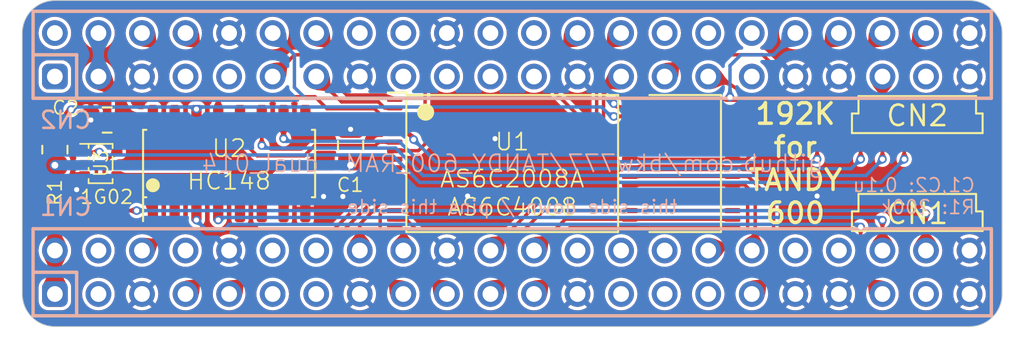
<source format=kicad_pcb>
(kicad_pcb (version 20221018) (generator pcbnew)
  (title_block (title "TANDY 600 RAM") (date "2023-12-10") (rev "dual_014") (company "Brian K. White - b.kenyon.w@gmail.com") (comment 1 "CC-BY-SA") (comment 2 "github.com/bkw777/TANDY_600_RAM"))
  (layers (0 "F.Cu" signal) (31 "B.Cu" signal) (34 "B.Paste" user) (35 "F.Paste" user) (36 "B.SilkS" user "B.Silkscreen") (37 "F.SilkS" user "F.Silkscreen") (38 "B.Mask" user) (39 "F.Mask" user) (44 "Edge.Cuts" user))
  (net 0 "")
  (net 1 "VMEM")
  (net 2 "GND")
  (net 3 "VCC")
  (net 4 "/A16")
  (net 5 "/A14")
  (net 6 "/A12")
  (net 7 "/A7")
  (net 8 "/A6")
  (net 9 "/A5")
  (net 10 "/A4")
  (net 11 "/A3")
  (net 12 "/A2")
  (net 13 "/A1")
  (net 14 "/A0")
  (net 15 "/D0")
  (net 16 "/D1")
  (net 17 "/D2")
  (net 18 "/D3")
  (net 19 "/D4")
  (net 20 "/D5")
  (net 21 "/D6")
  (net 22 "/D7")
  (net 23 "/A10")
  (net 24 "/~{OE}")
  (net 25 "/A11")
  (net 26 "/A9")
  (net 27 "/A8")
  (net 28 "/A13")
  (net 29 "/~{WE}")
  (net 30 "/~{B2_CS1_B}")
  (net 31 "/A15")
  (net 32 "/~{B2_CS1_C}")
  (net 33 "/~{B1_CS1_A}")
  (net 34 "/~{B1_CS1_B}")
  (net 35 "/~{B1_CS1_C}")
  (net 36 "/~{B2_CS1_A}")
  (net 37 "/B2_CS2")
  (net 43 "/~{CE}")
  (net 44 "/A17")
  (net 46 "/~{BUS_CS2}")
  (net 72 "/B1_CS2")
  (footprint "000_LOCAL:R_0805" (layer "F.Cu") (at 124.46 108.4075 90)
    (fp_text reference "R1" (at -1.6625 0 90 unlocked) (layer "F.SilkS") (effects (font (size 0.8 0.8) (thickness 0.1)) (justify right)))
    (fp_text value "200k" hide)
    (pad "1" smd roundrect (at -0.9125 0 90) (size 1.025 1.4) (layers "F.Cu" "F.Paste" "F.Mask") (roundrect_rratio 0.243902) (net 1 "VMEM"))
    (pad "2" smd roundrect (at 0.9125 0 90) (size 1.025 1.4) (layers "F.Cu" "F.Paste" "F.Mask") (roundrect_rratio 0.243902) (net 43 "/~{CE}"))
  )
  (footprint "000_LOCAL:TSOP32-dual" (layer "F.Cu") (at 154.13 109.22)
    (fp_text reference "U1" (at -3 -1.27 unlocked) (layer "F.SilkS") (effects (font (thickness 0.1))))
    (fp_text value "AS6C2008A" (at -3 0.889 unlocked) (layer "F.SilkS") (effects (font (thickness 0.1))))
    (fp_text user "AS6C4008" (at -3 2.54 unlocked) (layer "F.SilkS") (effects (font (thickness 0.1))))
    (pad "1" smd roundrect (at -9.85 -3.75 270) (size 0.3 0.9) (layers "F.Cu" "F.Paste" "F.Mask") (net 25 "/A11"))
    (pad "2" smd roundrect (at -9.85 -3.25 270) (size 0.3 0.9) (layers "F.Cu" "F.Paste" "F.Mask") (net 26 "/A9"))
    (pad "3" smd roundrect (at -9.85 -2.75 270) (size 0.3 0.9) (layers "F.Cu" "F.Paste" "F.Mask") (net 28 "/A13"))
    (pad "4" smd roundrect (at -9.85 -2.25 270) (size 0.3 0.9) (layers "F.Cu" "F.Paste" "F.Mask") (net 31 "/A15"))
    (pad "5" smd roundrect (at -9.85 -1.75 270) (size 0.3 0.9) (layers "F.Cu" "F.Paste" "F.Mask") (net 29 "/~{WE}"))
    (pad "6" smd roundrect (at -9.85 -1.25 270) (size 0.3 0.9) (layers "F.Cu" "F.Paste" "F.Mask") (net 3 "VCC"))
    (pad "7" smd roundrect (at -9.85 -0.75 270) (size 0.3 0.9) (layers "F.Cu" "F.Paste" "F.Mask") (net 27 "/A8"))
    (pad "8" smd roundrect (at -9.85 -0.25 270) (size 0.3 0.9) (layers "F.Cu" "F.Paste" "F.Mask") (net 1 "VMEM"))
    (pad "9" smd roundrect (at -9.85 0.25 270) (size 0.3 0.9) (layers "F.Cu" "F.Paste" "F.Mask") (net 44 "/A17"))
    (pad "10" smd roundrect (at -9.85 0.75 270) (size 0.3 0.9) (layers "F.Cu" "F.Paste" "F.Mask") (net 4 "/A16"))
    (pad "11" smd roundrect (at -9.85 1.25 270) (size 0.3 0.9) (layers "F.Cu" "F.Paste" "F.Mask") (net 5 "/A14"))
    (pad "12" smd roundrect (at -9.85 1.75 270) (size 0.3 0.9) (layers "F.Cu" "F.Paste" "F.Mask") (net 6 "/A12"))
    (pad "13" smd roundrect (at -9.85 2.25 270) (size 0.3 0.9) (layers "F.Cu" "F.Paste" "F.Mask") (net 7 "/A7"))
    (pad "14" smd roundrect (at -9.85 2.75 270) (size 0.3 0.9) (layers "F.Cu" "F.Paste" "F.Mask") (net 8 "/A6"))
    (pad "15" smd roundrect (at -9.85 3.25 270) (size 0.3 0.9) (layers "F.Cu" "F.Paste" "F.Mask") (net 10 "/A4"))
    (pad "16" smd roundrect (at -9.85 3.75 270) (size 0.3 0.9) (layers "F.Cu" "F.Paste" "F.Mask") (net 9 "/A5"))
    (pad "17" smd roundrect (at 3.85 3.75 270) (size 0.3 0.9) (layers "F.Cu" "F.Paste" "F.Mask") (net 13 "/A1"))
    (pad "17" smd roundrect (at 9.85 3.75 270) (size 0.3 0.9) (layers "F.Cu" "F.Paste" "F.Mask") (net 13 "/A1"))
    (pad "18" smd roundrect (at 3.85 3.25 270) (size 0.3 0.9) (layers "F.Cu" "F.Paste" "F.Mask") (net 14 "/A0"))
    (pad "18" smd roundrect (at 9.85 3.25 270) (size 0.3 0.9) (layers "F.Cu" "F.Paste" "F.Mask") (net 14 "/A0"))
    (pad "19" smd roundrect (at 3.85 2.75 270) (size 0.3 0.9) (layers "F.Cu" "F.Paste" "F.Mask") (net 11 "/A3"))
    (pad "19" smd roundrect (at 9.85 2.75 270) (size 0.3 0.9) (layers "F.Cu" "F.Paste" "F.Mask") (net 11 "/A3"))
    (pad "20" smd roundrect (at 3.85 2.25 270) (size 0.3 0.9) (layers "F.Cu" "F.Paste" "F.Mask") (net 12 "/A2"))
    (pad "20" smd roundrect (at 9.85 2.25 270) (size 0.3 0.9) (layers "F.Cu" "F.Paste" "F.Mask") (net 12 "/A2"))
    (pad "21" smd roundrect (at 3.85 1.75 270) (size 0.3 0.9) (layers "F.Cu" "F.Paste" "F.Mask") (net 17 "/D2"))
    (pad "21" smd roundrect (at 9.85 1.75 270) (size 0.3 0.9) (layers "F.Cu" "F.Paste" "F.Mask") (net 17 "/D2"))
    (pad "22" smd roundrect (at 3.85 1.25 270) (size 0.3 0.9) (layers "F.Cu" "F.Paste" "F.Mask") (net 15 "/D0"))
    (pad "22" smd roundrect (at 9.85 1.25 270) (size 0.3 0.9) (layers "F.Cu" "F.Paste" "F.Mask") (net 15 "/D0"))
    (pad "23" smd roundrect (at 3.85 0.75 270) (size 0.3 0.9) (layers "F.Cu" "F.Paste" "F.Mask") (net 16 "/D1"))
    (pad "23" smd roundrect (at 9.85 0.75 270) (size 0.3 0.9) (layers "F.Cu" "F.Paste" "F.Mask") (net 16 "/D1"))
    (pad "24" smd roundrect (at 3.85 0.25 270) (size 0.3 0.9) (layers "F.Cu" "F.Paste" "F.Mask") (net 2 "GND"))
    (pad "24" smd roundrect (at 9.85 0.25 270) (size 0.3 0.9) (layers "F.Cu" "F.Paste" "F.Mask") (net 2 "GND"))
    (pad "25" smd roundrect (at 3.85 -0.25 270) (size 0.3 0.9) (layers "F.Cu" "F.Paste" "F.Mask") (net 19 "/D4"))
    (pad "25" smd roundrect (at 9.85 -0.25 270) (size 0.3 0.9) (layers "F.Cu" "F.Paste" "F.Mask") (net 19 "/D4"))
    (pad "26" smd roundrect (at 3.85 -0.75 270) (size 0.3 0.9) (layers "F.Cu" "F.Paste" "F.Mask") (net 18 "/D3"))
    (pad "26" smd roundrect (at 9.85 -0.75 270) (size 0.3 0.9) (layers "F.Cu" "F.Paste" "F.Mask") (net 18 "/D3"))
    (pad "27" smd roundrect (at 3.85 -1.25 270) (size 0.3 0.9) (layers "F.Cu" "F.Paste" "F.Mask") (net 22 "/D7"))
    (pad "27" smd roundrect (at 9.85 -1.25 270) (size 0.3 0.9) (layers "F.Cu" "F.Paste" "F.Mask") (net 22 "/D7"))
    (pad "28" smd roundrect (at 3.85 -1.75 270) (size 0.3 0.9) (layers "F.Cu" "F.Paste" "F.Mask") (net 20 "/D5"))
    (pad "28" smd roundrect (at 9.85 -1.75 270) (size 0.3 0.9) (layers "F.Cu" "F.Paste" "F.Mask") (net 20 "/D5"))
    (pad "29" smd roundrect (at 3.85 -2.25 270) (size 0.3 0.9) (layers "F.Cu" "F.Paste" "F.Mask") (net 21 "/D6"))
    (pad "29" smd roundrect (at 9.85 -2.25 270) (size 0.3 0.9) (layers "F.Cu" "F.Paste" "F.Mask") (net 21 "/D6"))
    (pad "30" smd roundrect (at 3.85 -2.75 270) (size 0.3 0.9) (layers "F.Cu" "F.Paste" "F.Mask") (net 43 "/~{CE}"))
    (pad "30" smd roundrect (at 9.85 -2.75 270) (size 0.3 0.9) (layers "F.Cu" "F.Paste" "F.Mask") (net 43 "/~{CE}"))
    (pad "31" smd roundrect (at 3.85 -3.25 270) (size 0.3 0.9) (layers "F.Cu" "F.Paste" "F.Mask") (net 23 "/A10"))
    (pad "31" smd roundrect (at 9.85 -3.25 270) (size 0.3 0.9) (layers "F.Cu" "F.Paste" "F.Mask") (net 23 "/A10"))
    (pad "32" smd roundrect (at 3.85 -3.75 270) (size 0.3 0.9) (layers "F.Cu" "F.Paste" "F.Mask") (net 24 "/~{OE}"))
    (pad "32" smd roundrect (at 9.85 -3.75 270) (size 0.3 0.9) (layers "F.Cu" "F.Paste" "F.Mask") (net 24 "/~{OE}"))
  )
  (footprint "000_LOCAL:C_0805" (layer "F.Cu") (at 141.705 108.17 90)
    (fp_text reference "C1" (at -2.3 -0.025 unlocked) (layer "F.SilkS") (effects (font (size 0.8 0.8) (thickness 0.1))))
    (fp_text value "0.1u" hide)
    (pad "1" smd roundrect (at -0.95 0 90) (size 1 1.45) (layers "F.Cu" "F.Paste" "F.Mask") (net 1 "VMEM"))
    (pad "2" smd roundrect (at 0.95 0 90) (size 1 1.45) (layers "F.Cu" "F.Paste" "F.Mask") (net 2 "GND"))
  )
  (footprint "000_LOCAL:SOT-353_SC-70-5" (layer "F.Cu") (at 127.127 109.22)
    (fp_text reference "U3" (at 0.03 0 90 unlocked) (layer "F.SilkS") (effects (font (size 0.8 0.8) (thickness 0.1))))
    (fp_text value "1G02" (at 0.353 1.95 unlocked) (layer "F.SilkS") (effects (font (size 0.8 0.8) (thickness 0.1))))
    (pad "1" smd roundrect (at -0.95 -0.65) (size 0.65 0.4) (layers "F.Cu" "F.Paste" "F.Mask") (net 37 "/B2_CS2"))
    (pad "2" smd roundrect (at -0.95 0) (size 0.65 0.4) (layers "F.Cu" "F.Paste" "F.Mask") (net 72 "/B1_CS2"))
    (pad "3" smd roundrect (at -0.95 0.65) (size 0.65 0.4) (layers "F.Cu" "F.Paste" "F.Mask") (net 2 "GND"))
    (pad "4" smd roundrect (at 0.95 0.65) (size 0.65 0.4) (layers "F.Cu" "F.Paste" "F.Mask") (net 46 "/~{BUS_CS2}"))
    (pad "5" smd roundrect (at 0.95 -0.65) (size 0.65 0.4) (layers "F.Cu" "F.Paste" "F.Mask") (net 3 "VCC"))
  )
  (footprint "000_LOCAL:SOIC-16_4x10" (layer "F.Cu") (at 134.62 109.22 90)
    (fp_text reference "U2" (at 0.889 0 unlocked) (layer "F.SilkS") (effects (font (thickness 0.1))))
    (fp_text value "HC148" (at -1.016 0 unlocked) (layer "F.SilkS") (effects (font (thickness 0.1))))
    (pad "1" smd roundrect (at -2.6655 -4.445 90) (size 1.524 0.6) (layers "F.Cu" "F.Paste" "F.Mask") (net 3 "VCC"))
    (pad "2" smd roundrect (at -2.6655 -3.175 90) (size 1.524 0.6) (layers "F.Cu" "F.Paste" "F.Mask") (net 33 "/~{B1_CS1_A}"))
    (pad "3" smd roundrect (at -2.6655 -1.905 90) (size 1.524 0.6) (layers "F.Cu" "F.Paste" "F.Mask") (net 35 "/~{B1_CS1_C}"))
    (pad "4" smd roundrect (at -2.6655 -0.635 90) (size 1.524 0.6) (layers "F.Cu" "F.Paste" "F.Mask") (net 34 "/~{B1_CS1_B}"))
    (pad "5" smd roundrect (at -2.6655 0.635 90) (size 1.524 0.6) (layers "F.Cu" "F.Paste" "F.Mask") (net 46 "/~{BUS_CS2}"))
    (pad "6" smd roundrect (at -2.6655 1.905 90) (size 1.524 0.6) (layers "F.Cu" "F.Paste" "F.Mask") (net 44 "/A17"))
    (pad "7" smd roundrect (at -2.6655 3.175 90) (size 1.524 0.6) (layers "F.Cu" "F.Paste" "F.Mask") (net 4 "/A16"))
    (pad "8" smd roundrect (at -2.6655 4.445 90) (size 1.524 0.6) (layers "F.Cu" "F.Paste" "F.Mask") (net 2 "GND"))
    (pad "9" smd roundrect (at 2.6655 4.445 90) (size 1.524 0.6) (layers "F.Cu" "F.Paste" "F.Mask") (net 31 "/A15"))
    (pad "10" smd roundrect (at 2.6655 3.175 90) (size 1.524 0.6) (layers "F.Cu" "F.Paste" "F.Mask") (net 30 "/~{B2_CS1_B}"))
    (pad "11" smd roundrect (at 2.6655 1.905 90) (size 1.524 0.6) (layers "F.Cu" "F.Paste" "F.Mask") (net 32 "/~{B2_CS1_C}"))
    (pad "12" smd roundrect (at 2.6655 0.635 90) (size 1.524 0.6) (layers "F.Cu" "F.Paste" "F.Mask") (net 3 "VCC"))
    (pad "13" smd roundrect (at 2.6655 -0.635 90) (size 1.524 0.6) (layers "F.Cu" "F.Paste" "F.Mask") (net 36 "/~{B2_CS1_A}"))
    (pad "14" smd roundrect (at 2.6655 -1.905 90) (size 1.524 0.6) (layers "F.Cu" "F.Paste" "F.Mask") (net 43 "/~{CE}"))
    (pad "15" smd roundrect (at 2.6655 -3.175 90) (size 1.524 0.6) (layers "F.Cu" "F.Paste" "F.Mask"))
    (pad "16" smd roundrect (at 2.6655 -4.445 90) (size 1.524 0.6) (layers "F.Cu" "F.Paste" "F.Mask") (net 3 "VCC"))
  )
  (footprint "000_LOCAL:C_0805" (layer "F.Cu") (at 127.508 106.68 180)
    (fp_text reference "C2" (at 1.578 0.71 unlocked) (layer "F.SilkS") (effects (font (size 0.8 0.8) (thickness 0.1)) (justify right)))
    (fp_text value "0.1u" hide)
    (pad "1" smd roundrect (at -0.95 0 180) (size 1 1.45) (layers "F.Cu" "F.Paste" "F.Mask") (net 3 "VCC"))
    (pad "2" smd roundrect (at 0.95 0 180) (size 1 1.45) (layers "F.Cu" "F.Paste" "F.Mask") (net 2 "GND"))
  )
  (footprint "000_LOCAL:DIN-41612_02x22_male_vertical_bare_pins" (layer "B.Cu") (at 151.13 115.57 180)
    (fp_text reference "CN1" (at 26.035 3.81) (layer "B.SilkS") (effects (justify mirror)))
    (fp_text value "TANDY_600_RAM_BUS_plain_pins")
    (pad "a1" thru_hole roundrect (at 26.67 -1.27 270) (size 1.5 1.5) (drill 0.92) (layers "*.Cu" "*.Mask") (net 1 "VMEM"))
    (pad "a2" thru_hole circle (at 24.13 -1.27 270) (size 1.5 1.5) (drill 0.92) (layers "*.Cu" "*.Mask"))
    (pad "a3" thru_hole circle (at 21.59 -1.27 270) (size 1.5 1.5) (drill 0.92) (layers "*.Cu" "*.Mask") (net 2 "GND"))
    (pad "a4" thru_hole circle (at 19.05 -1.27 270) (size 1.5 1.5) (drill 0.92) (layers "*.Cu" "*.Mask") (net 5 "/A14"))
    (pad "a5" thru_hole circle (at 16.51 -1.27 270) (size 1.5 1.5) (drill 0.92) (layers "*.Cu" "*.Mask") (net 6 "/A12"))
    (pad "a6" thru_hole circle (at 13.97 -1.27 270) (size 1.5 1.5) (drill 0.92) (layers "*.Cu" "*.Mask"))
    (pad "a7" thru_hole circle (at 11.43 -1.27 270) (size 1.5 1.5) (drill 0.92) (layers "*.Cu" "*.Mask"))
    (pad "a8" thru_hole circle (at 8.89 -1.27 270) (size 1.5 1.5) (drill 0.92) (layers "*.Cu" "*.Mask") (net 2 "GND"))
    (pad "a9" thru_hole circle (at 6.35 -1.27 270) (size 1.5 1.5) (drill 0.92) (layers "*.Cu" "*.Mask") (net 8 "/A6"))
    (pad "a10" thru_hole circle (at 3.81 -1.27 270) (size 1.5 1.5) (drill 0.92) (layers "*.Cu" "*.Mask") (net 10 "/A4"))
    (pad "a11" thru_hole circle (at 1.27 -1.27 270) (size 1.5 1.5) (drill 0.92) (layers "*.Cu" "*.Mask") (net 11 "/A3"))
    (pad "a12" thru_hole circle (at -1.27 -1.27 270) (size 1.5 1.5) (drill 0.92) (layers "*.Cu" "*.Mask") (net 13 "/A1"))
    (pad "a13" thru_hole circle (at -3.81 -1.27 270) (size 1.5 1.5) (drill 0.92) (layers "*.Cu" "*.Mask") (net 2 "GND"))
    (pad "a14" thru_hole circle (at -6.35 -1.27 270) (size 1.5 1.5) (drill 0.92) (layers "*.Cu" "*.Mask"))
    (pad "a15" thru_hole circle (at -8.89 -1.27 270) (size 1.5 1.5) (drill 0.92) (layers "*.Cu" "*.Mask"))
    (pad "a16" thru_hole circle (at -11.43 -1.27 270) (size 1.5 1.5) (drill 0.92) (layers "*.Cu" "*.Mask"))
    (pad "a17" thru_hole circle (at -13.97 -1.27 270) (size 1.5 1.5) (drill 0.92) (layers "*.Cu" "*.Mask") (net 16 "/D1"))
    (pad "a18" thru_hole circle (at -16.51 -1.27 270) (size 1.5 1.5) (drill 0.92) (layers "*.Cu" "*.Mask") (net 2 "GND"))
    (pad "a19" thru_hole circle (at -19.05 -1.27 270) (size 1.5 1.5) (drill 0.92) (layers "*.Cu" "*.Mask") (net 2 "GND"))
    (pad "a20" thru_hole circle (at -21.59 -1.27 270) (size 1.5 1.5) (drill 0.92) (layers "*.Cu" "*.Mask") (net 35 "/~{B1_CS1_C}"))
    (pad "a21" thru_hole circle (at -24.13 -1.27 270) (size 1.5 1.5) (drill 0.92) (layers "*.Cu" "*.Mask"))
    (pad "a22" thru_hole circle (at -26.67 -1.27 270) (size 1.5 1.5) (drill 0.92) (layers "*.Cu" "*.Mask") (net 2 "GND"))
    (pad "b1" thru_hole circle (at 26.67 1.27 270) (size 1.5 1.5) (drill 0.92) (layers "*.Cu" "*.Mask") (net 1 "VMEM"))
    (pad "b2" thru_hole circle (at 24.13 1.27 270) (size 1.5 1.5) (drill 0.92) (layers "*.Cu" "*.Mask"))
    (pad "b3" thru_hole circle (at 21.59 1.27 270) (size 1.5 1.5) (drill 0.92) (layers "*.Cu" "*.Mask") (net 33 "/~{B1_CS1_A}"))
    (pad "b4" thru_hole circle (at 19.05 1.27 270) (size 1.5 1.5) (drill 0.92) (layers "*.Cu" "*.Mask"))
    (pad "b5" thru_hole circle (at 16.51 1.27 270) (size 1.5 1.5) (drill 0.92) (layers "*.Cu" "*.Mask") (net 2 "GND"))
    (pad "b6" thru_hole circle (at 13.97 1.27 270) (size 1.5 1.5) (drill 0.92) (layers "*.Cu" "*.Mask"))
    (pad "b7" thru_hole circle (at 11.43 1.27 270) (size 1.5 1.5) (drill 0.92) (layers "*.Cu" "*.Mask"))
    (pad "b8" thru_hole circle (at 8.89 1.27 270) (size 1.5 1.5) (drill 0.92) (layers "*.Cu" "*.Mask") (net 7 "/A7"))
    (pad "b9" thru_hole circle (at 6.35 1.27 270) (size 1.5 1.5) (drill 0.92) (layers "*.Cu" "*.Mask") (net 9 "/A5"))
    (pad "b10" thru_hole circle (at 3.81 1.27 270) (size 1.5 1.5) (drill 0.92) (layers "*.Cu" "*.Mask") (net 2 "GND"))
    (pad "b11" thru_hole circle (at 1.27 1.27 270) (size 1.5 1.5) (drill 0.92) (layers "*.Cu" "*.Mask") (net 12 "/A2"))
    (pad "b12" thru_hole circle (at -1.27 1.27 270) (size 1.5 1.5) (drill 0.92) (layers "*.Cu" "*.Mask") (net 14 "/A0"))
    (pad "b13" thru_hole circle (at -3.81 1.27 270) (size 1.5 1.5) (drill 0.92) (layers "*.Cu" "*.Mask"))
    (pad "b14" thru_hole circle (at -6.35 1.27 270) (size 1.5 1.5) (drill 0.92) (layers "*.Cu" "*.Mask"))
    (pad "b15" thru_hole circle (at -8.89 1.27 270) (size 1.5 1.5) (drill 0.92) (layers "*.Cu" "*.Mask"))
    (pad "b16" thru_hole circle (at -11.43 1.27 270) (size 1.5 1.5) (drill 0.92) (layers "*.Cu" "*.Mask") (net 17 "/D2"))
    (pad "b17" thru_hole circle (at -13.97 1.27 270) (size 1.5 1.5) (drill 0.92) (layers "*.Cu" "*.Mask") (net 15 "/D0"))
    (pad "b18" thru_hole circle (at -16.51 1.27 270) (size 1.5 1.5) (drill 0.92) (layers "*.Cu" "*.Mask"))
    (pad "b19" thru_hole circle (at -19.05 1.27 270) (size 1.5 1.5) (drill 0.92) (layers "*.Cu" "*.Mask"))
    (pad "b20" thru_hole circle (at -21.59 1.27 270) (size 1.5 1.5) (drill 0.92) (layers "*.Cu" "*.Mask") (net 34 "/~{B1_CS1_B}"))
    (pad "b21" thru_hole circle (at -24.13 1.27 270) (size 1.5 1.5) (drill 0.92) (layers "*.Cu" "*.Mask") (net 72 "/B1_CS2"))
    (pad "b22" thru_hole circle (at -26.67 1.27 270) (size 1.5 1.5) (drill 0.92) (layers "*.Cu" "*.Mask") (net 2 "GND"))
  )
  (footprint "000_LOCAL:DIN-41612_02x22_male_vertical_bare_pins" (layer "B.Cu") (at 151.13 102.87 180)
    (fp_text reference "CN2" (at 26.035 -3.81) (layer "B.SilkS") (effects (justify mirror)))
    (fp_text value "TANDY_600_RAM_BUS_plain_pins")
    (pad "a1" thru_hole roundrect (at 26.67 -1.27 270) (size 1.5 1.5) (drill 0.92) (layers "*.Cu" "*.Mask"))
    (pad "a2" thru_hole circle (at 24.13 -1.27 270) (size 1.5 1.5) (drill 0.92) (layers "*.Cu" "*.Mask") (net 3 "VCC"))
    (pad "a3" thru_hole circle (at 21.59 -1.27 270) (size 1.5 1.5) (drill 0.92) (layers "*.Cu" "*.Mask") (net 2 "GND"))
    (pad "a4" thru_hole circle (at 19.05 -1.27 270) (size 1.5 1.5) (drill 0.92) (layers "*.Cu" "*.Mask"))
    (pad "a5" thru_hole circle (at 16.51 -1.27 270) (size 1.5 1.5) (drill 0.92) (layers "*.Cu" "*.Mask"))
    (pad "a6" thru_hole circle (at 13.97 -1.27 270) (size 1.5 1.5) (drill 0.92) (layers "*.Cu" "*.Mask") (net 25 "/A11"))
    (pad "a7" thru_hole circle (at 11.43 -1.27 270) (size 1.5 1.5) (drill 0.92) (layers "*.Cu" "*.Mask") (net 26 "/A9"))
    (pad "a8" thru_hole circle (at 8.89 -1.27 270) (size 1.5 1.5) (drill 0.92) (layers "*.Cu" "*.Mask") (net 2 "GND"))
    (pad "a9" thru_hole circle (at 6.35 -1.27 270) (size 1.5 1.5) (drill 0.92) (layers "*.Cu" "*.Mask"))
    (pad "a10" thru_hole circle (at 3.81 -1.27 270) (size 1.5 1.5) (drill 0.92) (layers "*.Cu" "*.Mask"))
    (pad "a11" thru_hole circle (at 1.27 -1.27 270) (size 1.5 1.5) (drill 0.92) (layers "*.Cu" "*.Mask"))
    (pad "a12" thru_hole circle (at -1.27 -1.27 270) (size 1.5 1.5) (drill 0.92) (layers "*.Cu" "*.Mask"))
    (pad "a13" thru_hole circle (at -3.81 -1.27 270) (size 1.5 1.5) (drill 0.92) (layers "*.Cu" "*.Mask") (net 2 "GND"))
    (pad "a14" thru_hole circle (at -6.35 -1.27 270) (size 1.5 1.5) (drill 0.92) (layers "*.Cu" "*.Mask") (net 21 "/D6"))
    (pad "a15" thru_hole circle (at -8.89 -1.27 270) (size 1.5 1.5) (drill 0.92) (layers "*.Cu" "*.Mask") (net 19 "/D4"))
    (pad "a16" thru_hole circle (at -11.43 -1.27 270) (size 1.5 1.5) (drill 0.92) (layers "*.Cu" "*.Mask") (net 18 "/D3"))
    (pad "a17" thru_hole circle (at -13.97 -1.27 270) (size 1.5 1.5) (drill 0.92) (layers "*.Cu" "*.Mask"))
    (pad "a18" thru_hole circle (at -16.51 -1.27 270) (size 1.5 1.5) (drill 0.92) (layers "*.Cu" "*.Mask") (net 2 "GND"))
    (pad "a19" thru_hole circle (at -19.05 -1.27 270) (size 1.5 1.5) (drill 0.92) (layers "*.Cu" "*.Mask") (net 2 "GND"))
    (pad "a20" thru_hole circle (at -21.59 -1.27 270) (size 1.5 1.5) (drill 0.92) (layers "*.Cu" "*.Mask") (net 32 "/~{B2_CS1_C}"))
    (pad "a21" thru_hole circle (at -24.13 -1.27 270) (size 1.5 1.5) (drill 0.92) (layers "*.Cu" "*.Mask"))
    (pad "a22" thru_hole circle (at -26.67 -1.27 270) (size 1.5 1.5) (drill 0.92) (layers "*.Cu" "*.Mask") (net 2 "GND"))
    (pad "b1" thru_hole circle (at 26.67 1.27 270) (size 1.5 1.5) (drill 0.92) (layers "*.Cu" "*.Mask"))
    (pad "b2" thru_hole circle (at 24.13 1.27 270) (size 1.5 1.5) (drill 0.92) (layers "*.Cu" "*.Mask") (net 3 "VCC"))
    (pad "b3" thru_hole circle (at 21.59 1.27 270) (size 1.5 1.5) (drill 0.92) (layers "*.Cu" "*.Mask") (net 36 "/~{B2_CS1_A}"))
    (pad "b4" thru_hole circle (at 19.05 1.27 270) (size 1.5 1.5) (drill 0.92) (layers "*.Cu" "*.Mask") (net 28 "/A13"))
    (pad "b5" thru_hole circle (at 16.51 1.27 270) (size 1.5 1.5) (drill 0.92) (layers "*.Cu" "*.Mask") (net 2 "GND"))
    (pad "b6" thru_hole circle (at 13.97 1.27 270) (size 1.5 1.5) (drill 0.92) (layers "*.Cu" "*.Mask") (net 23 "/A10"))
    (pad "b7" thru_hole circle (at 11.43 1.27 270) (size 1.5 1.5) (drill 0.92) (layers "*.Cu" "*.Mask") (net 27 "/A8"))
    (pad "b8" thru_hole circle (at 8.89 1.27 270) (size 1.5 1.5) (drill 0.92) (layers "*.Cu" "*.Mask"))
    (pad "b9" thru_hole circle (at 6.35 1.27 270) (size 1.5 1.5) (drill 0.92) (layers "*.Cu" "*.Mask"))
    (pad "b10" thru_hole circle (at 3.81 1.27 270) (size 1.5 1.5) (drill 0.92) (layers "*.Cu" "*.Mask") (net 2 "GND"))
    (pad "b11" thru_hole circle (at 1.27 1.27 270) (size 1.5 1.5) (drill 0.92) (layers "*.Cu" "*.Mask"))
    (pad "b12" thru_hole circle (at -1.27 1.27 270) (size 1.5 1.5) (drill 0.92) (layers "*.Cu" "*.Mask"))
    (pad "b13" thru_hole circle (at -3.81 1.27 270) (size 1.5 1.5) (drill 0.92) (layers "*.Cu" "*.Mask") (net 22 "/D7"))
    (pad "b14" thru_hole circle (at -6.35 1.27 270) (size 1.5 1.5) (drill 0.92) (layers "*.Cu" "*.Mask") (net 20 "/D5"))
    (pad "b15" thru_hole circle (at -8.89 1.27 270) (size 1.5 1.5) (drill 0.92) (layers "*.Cu" "*.Mask"))
    (pad "b16" thru_hole circle (at -11.43 1.27 270) (size 1.5 1.5) (drill 0.92) (layers "*.Cu" "*.Mask"))
    (pad "b17" thru_hole circle (at -13.97 1.27 270) (size 1.5 1.5) (drill 0.92) (layers "*.Cu" "*.Mask"))
    (pad "b18" thru_hole circle (at -16.51 1.27 270) (size 1.5 1.5) (drill 0.92) (layers "*.Cu" "*.Mask") (net 24 "/~{OE}"))
    (pad "b19" thru_hole circle (at -19.05 1.27 270) (size 1.5 1.5) (drill 0.92) (layers "*.Cu" "*.Mask") (net 29 "/~{WE}"))
    (pad "b20" thru_hole circle (at -21.59 1.27 270) (size 1.5 1.5) (drill 0.92) (layers "*.Cu" "*.Mask") (net 30 "/~{B2_CS1_B}"))
    (pad "b21" thru_hole circle (at -24.13 1.27 270) (size 1.5 1.5) (drill 0.92) (layers "*.Cu" "*.Mask") (net 37 "/B2_CS2"))
    (pad "b22" thru_hole circle (at -26.67 1.27 270) (size 1.5 1.5) (drill 0.92) (layers "*.Cu" "*.Mask") (net 2 "GND"))
  )
  (gr_line (start 170.942 107.442) (end 178.562 107.442) (stroke (width 0.12)) (layer "F.SilkS"))
  (gr_line (start 170.942 113.157) (end 178.562 113.157) (stroke (width 0.12)) (layer "F.SilkS"))
  (gr_line (start 171.323 106.299) (end 170.942 106.299) (stroke (width 0.12)) (layer "F.SilkS"))
  (gr_line (start 170.942 106.299) (end 170.942 107.442) (stroke (width 0.12)) (layer "F.SilkS"))
  (gr_line (start 178.562 112.014) (end 178.181 112.014) (stroke (width 0.12)) (layer "F.SilkS"))
  (gr_line (start 171.323 110.998) (end 171.323 112.014) (stroke (width 0.12)) (layer "F.SilkS"))
  (gr_line (start 171.323 112.014) (end 170.942 112.014) (stroke (width 0.12)) (layer "F.SilkS"))
  (gr_line (start 170.942 112.014) (end 170.942 113.157) (stroke (width 0.12)) (layer "F.SilkS"))
  (gr_line (start 178.562 106.299) (end 178.181 106.299) (stroke (width 0.12)) (layer "F.SilkS"))
  (gr_line (start 178.181 110.998) (end 171.323 110.998) (stroke (width 0.12)) (layer "F.SilkS"))
  (gr_line (start 178.562 113.157) (end 178.562 112.014) (stroke (width 0.12)) (layer "F.SilkS"))
  (gr_line (start 178.181 112.014) (end 178.181 110.998) (stroke (width 0.12)) (layer "F.SilkS"))
  (gr_line (start 178.181 106.299) (end 178.181 105.283) (stroke (width 0.12)) (layer "F.SilkS"))
  (gr_line (start 171.323 105.283) (end 171.323 106.299) (stroke (width 0.12)) (layer "F.SilkS"))
  (gr_line (start 178.562 107.442) (end 178.562 106.299) (stroke (width 0.12)) (layer "F.SilkS"))
  (gr_line (start 178.181 105.283) (end 171.323 105.283) (stroke (width 0.12)) (layer "F.SilkS"))
  (gr_line (start 177.8 99.695) (end 124.46 99.695) (stroke (width 0.05)) (layer "Edge.Cuts"))
  (gr_arc (start 124.46 118.745) (mid 123.112962 118.187038) (end 122.555 116.84) (stroke (width 0.05)) (layer "Edge.Cuts"))
  (gr_arc (start 177.8 99.695) (mid 179.147038 100.252962) (end 179.705 101.6) (stroke (width 0.05)) (layer "Edge.Cuts"))
  (gr_arc (start 122.555 101.6) (mid 123.112962 100.252962) (end 124.46 99.695) (stroke (width 0.05)) (layer "Edge.Cuts"))
  (gr_line (start 124.46 118.745) (end 177.8 118.745) (stroke (width 0.05)) (layer "Edge.Cuts"))
  (gr_line (start 122.555 101.6) (end 122.555 116.84) (stroke (width 0.05)) (layer "Edge.Cuts"))
  (gr_arc (start 179.705 116.84) (mid 179.147038 118.187038) (end 177.8 118.745) (stroke (width 0.05)) (layer "Edge.Cuts"))
  (gr_line (start 179.705 116.84) (end 179.705 101.6) (stroke (width 0.05)) (layer "Edge.Cuts"))
  (gr_text "this side down / pins this side" (at 151.13 111.76) (layer "B.SilkS") (effects (font (size 0.8 0.8) (thickness 0.1)) (justify mirror)))
  (gr_text "${COMMENT2}  ${REVISION}" (at 151.13 109.22) (layer "B.SilkS") (effects (font (size 1 1) (thickness 0.1)) (justify mirror)))
  (gr_text "C1,C2: ${6abd93ae-8309-4193-b5c6-e97f8e789dbe:VALUE}\nR1: ${0c359dbe-85cf-44c5-9fd0-3b040d8e3d19:VALUE}" (at 178.181 111.125) (layer "B.SilkS") (effects (font (size 0.8 0.8) (thickness 0.1)) (justify left mirror)))
  (gr_text "192K\nfor\nTANDY\n600" (at 167.64 109.22) (layer "F.SilkS") (effects (font (size 1.2 1.2) (thickness 0.2))))
  (gr_text "CN2" (at 174.752 106.426) (layer "F.SilkS") (effects (font (size 1.2 1.2))))
  (gr_text "CN1" (at 174.752 112.141) (layer "F.SilkS") (effects (font (size 1.2 1.2))))
  (segment (start 124.46 116.84) (end 124.46 114.3) (width 0.6) (layer "F.Cu") (net 1))
  (segment (start 141.855 108.97) (end 144.28 108.97) (width 0.3) (layer "F.Cu") (net 1))
  (segment (start 124.46 109.32) (end 124.46 114.3) (width 0.6) (layer "F.Cu") (net 1))
  (segment (start 141.705 109.12) (end 141.855 108.97) (width 0.3) (layer "F.Cu") (net 1))
  (via (at 141.705 109.32) (size 0.6) (drill 0.4) (layers "F.Cu" "B.Cu") (net 1))
  (via (at 124.46 109.32) (size 0.6) (drill 0.4) (layers "F.Cu" "B.Cu") (net 1))
  (segment (start 141.705 109.32) (end 124.46 109.32) (width 0.6) (layer "B.Cu") (net 1))
  (via (at 140.13 111.145) (size 0.5) (drill 0.3) (layers "F.Cu" "B.Cu") (net 2))
  (via (at 150.13 107.77) (size 0.5) (drill 0.3) (layers "F.Cu" "B.Cu") (net 2))
  (via (at 148.53 111.12) (size 0.5) (drill 0.3) (layers "F.Cu" "B.Cu") (net 2))
  (via (at 141.255 111.145) (size 0.5) (drill 0.3) (layers "F.Cu" "B.Cu") (net 2))
  (via (at 125.73 110.744) (size 0.5) (drill 0.3) (layers "F.Cu" "B.Cu") (net 2))
  (via (at 141.705 107.22) (size 0.5) (drill 0.3) (layers "F.Cu" "B.Cu") (net 2))
  (via (at 126.558 106.68) (size 0.5) (drill 0.3) (layers "F.Cu" "B.Cu") (net 2))
  (via (at 168.91 111.12) (size 0.5) (drill 0.3) (layers "F.Cu" "B.Cu") (net 2))
  (segment (start 128.33 111.22) (end 127.33 110.22) (width 0.2) (layer "F.Cu") (net 3))
  (segment (start 130.175 107.015) (end 130.93 107.77) (width 0.2) (layer "F.Cu") (net 3))
  (segment (start 135.055 107.77) (end 135.255 107.77) (width 0.2) (layer "F.Cu") (net 3))
  (segment (start 135.255 107.77) (end 136.255 108.77) (width 0.2) (layer "F.Cu") (net 3))
  (segment (start 135.055 107.77) (end 135.255 107.57) (width 0.2) (layer "F.Cu") (net 3))
  (segment (start 143.355 107.97) (end 144.28 107.97) (width 0.2) (layer "F.Cu") (net 3))
  (segment (start 128.27 106.492) (end 128.458 106.68) (width 0.6) (layer "F.Cu") (net 3))
  (segment (start 135.255 107.57) (end 135.255 107.545) (width 0.2) (layer "F.Cu") (net 3))
  (segment (start 128.27 105.41) (end 128.27 106.492) (width 0.6) (layer "F.Cu") (net 3))
  (segment (start 139.607 108.17) (end 143.155 108.17) (width 0.2) (layer "F.Cu") (net 3))
  (segment (start 135.255 107.545) (end 135.255 107.77) (width 0.2) (layer "F.Cu") (net 3))
  (segment (start 128.458 106.68) (end 128.5835 106.5545) (width 0.6) (layer "F.Cu") (net 3))
  (segment (start 127 104.14) (end 128.27 105.41) (width 0.6) (layer "F.Cu") (net 3))
  (segment (start 130.175 106.5545) (end 130.175 107.015) (width 0.2) (layer "F.Cu") (net 3))
  (segment (start 128.16 108.487) (end 128.16 106.978) (width 0.4) (layer "F.Cu") (net 3))
  (segment (start 130.93 107.77) (end 135.055 107.77) (width 0.2) (layer "F.Cu") (net 3))
  (segment (start 136.255 108.77) (end 139.007 108.77) (width 0.2) (layer "F.Cu") (net 3))
  (segment (start 143.155 108.17) (end 143.355 107.97) (width 0.2) (layer "F.Cu") (net 3))
  (segment (start 127.33 109.1935) (end 127.9535 108.57) (width 0.2) (layer "F.Cu") (net 3))
  (segment (start 128.077 108.57) (end 128.16 108.487) (width 0.4) (layer "F.Cu") (net 3))
  (segment (start 128.16 106.978) (end 128.458 106.68) (width 0.4) (layer "F.Cu") (net 3))
  (segment (start 130.175 111.22) (end 128.33 111.22) (width 0.2) (layer "F.Cu") (net 3))
  (segment (start 139.007 108.77) (end 139.607 108.17) (width 0.2) (layer "F.Cu") (net 3))
  (segment (start 128.5835 106.5545) (end 130.175 106.5545) (width 0.6) (layer "F.Cu") (net 3))
  (segment (start 127.9535 108.57) (end 128.077 108.57) (width 0.2) (layer "F.Cu") (net 3))
  (segment (start 127.33 110.22) (end 127.33 109.1935) (width 0.2) (layer "F.Cu") (net 3))
  (segment (start 135.255 106.5545) (end 135.255 107.545) (width 0.2) (layer "F.Cu") (net 3))
  (segment (start 130.175 111.8855) (end 130.175 111.22) (width 0.2) (layer "F.Cu") (net 3))
  (segment (start 127 101.6) (end 127 104.14) (width 0.6) (layer "B.Cu") (net 3))
  (segment (start 142.88 110.32) (end 143.23 109.97) (width 0.2) (layer "F.Cu") (net 4))
  (segment (start 143.23 109.97) (end 144.28 109.97) (width 0.2) (layer "F.Cu") (net 4))
  (segment (start 138.005 110.661) (end 138.346 110.32) (width 0.2) (layer "F.Cu") (net 4))
  (segment (start 138.005 111.6755) (end 138.005 110.661) (width 0.2) (layer "F.Cu") (net 4))
  (segment (start 137.795 111.8855) (end 138.005 111.6755) (width 0.2) (layer "F.Cu") (net 4))
  (segment (start 138.346 110.32) (end 142.88 110.32) (width 0.2) (layer "F.Cu") (net 4))
  (segment (start 144.28 110.47) (end 143.33 110.47) (width 0.2) (layer "F.Cu") (net 5))
  (segment (start 136.58 113.12) (end 135.89 113.81) (width 0.2) (layer "F.Cu") (net 5))
  (segment (start 135.89 114.81) (end 135.13 115.57) (width 0.2) (layer "F.Cu") (net 5))
  (segment (start 135.89 113.81) (end 135.89 114.81) (width 0.2) (layer "F.Cu") (net 5))
  (segment (start 135.13 115.57) (end 133.35 115.57) (width 0.2) (layer "F.Cu") (net 5))
  (segment (start 143.33 110.47) (end 140.68 113.12) (width 0.2) (layer "F.Cu") (net 5))
  (segment (start 140.68 113.12) (end 136.58 113.12) (width 0.2) (layer "F.Cu") (net 5))
  (segment (start 133.35 115.57) (end 132.08 116.84) (width 0.2) (layer "F.Cu") (net 5))
  (segment (start 135.89 115.57) (end 134.62 116.84) (width 0.2) (layer "F.Cu") (net 6))
  (segment (start 140.208 115.57) (end 135.89 115.57) (width 0.2) (layer "F.Cu") (net 6))
  (segment (start 144.28 110.97) (end 143.4425 110.97) (width 0.2) (layer "F.Cu") (net 6))
  (segment (start 143.4425 110.97) (end 140.97 113.4425) (width 0.2) (layer "F.Cu") (net 6))
  (segment (start 140.97 114.808) (end 140.208 115.57) (width 0.2) (layer "F.Cu") (net 6))
  (segment (start 140.97 113.4425) (end 140.97 114.808) (width 0.2) (layer "F.Cu") (net 6))
  (segment (start 142.24 112.76) (end 143.53 111.47) (width 0.2) (layer "F.Cu") (net 7))
  (segment (start 142.24 114.3) (end 142.24 112.76) (width 0.2) (layer "F.Cu") (net 7))
  (segment (start 143.53 111.47) (end 144.28 111.47) (width 0.2) (layer "F.Cu") (net 7))
  (segment (start 143.43 112.17) (end 143.58 112.02) (width 0.2) (layer "F.Cu") (net 8))
  (segment (start 143.43 115.49) (end 143.43 112.17) (width 0.2) (layer "F.Cu") (net 8))
  (segment (start 143.58 112.02) (end 144.23 112.02) (width 0.2) (layer "F.Cu") (net 8))
  (segment (start 144.78 116.84) (end 143.43 115.49) (width 0.2) (layer "F.Cu") (net 8))
  (segment (start 144.23 112.02) (end 144.28 111.97) (width 0.2) (layer "F.Cu") (net 8))
  (segment (start 144.78 113.17) (end 144.58 112.97) (width 0.2) (layer "F.Cu") (net 9))
  (segment (start 144.78 114.3) (end 144.78 113.17) (width 0.2) (layer "F.Cu") (net 9))
  (segment (start 144.58 112.97) (end 144.28 112.97) (width 0.2) (layer "F.Cu") (net 9))
  (segment (start 144.98 112.52) (end 144.33 112.52) (width 0.2) (layer "F.Cu") (net 10))
  (segment (start 147.32 116.84) (end 146.05 115.57) (width 0.2) (layer "F.Cu") (net 10))
  (segment (start 144.33 112.52) (end 144.28 112.47) (width 0.2) (layer "F.Cu") (net 10))
  (segment (start 146.05 115.57) (end 146.05 113.59) (width 0.2) (layer "F.Cu") (net 10))
  (segment (start 146.05 113.59) (end 144.98 112.52) (width 0.2) (layer "F.Cu") (net 10))
  (segment (start 152.952 111.97) (end 157.98 111.97) (width 0.2) (layer "F.Cu") (net 11))
  (segment (start 157.98 111.97) (end 163.98 111.97) (width 0.2) (layer "F.Cu") (net 11))
  (segment (start 151.13 115.57) (end 151.13 113.792) (width 0.2) (layer "F.Cu") (net 11))
  (segment (start 149.86 116.84) (end 151.13 115.57) (width 0.2) (layer "F.Cu") (net 11))
  (segment (start 151.13 113.792) (end 152.952 111.97) (width 0.2) (layer "F.Cu") (net 11))
  (segment (start 157.98 111.47) (end 163.98 111.47) (width 0.2) (layer "F.Cu") (net 12))
  (segment (start 152.69 111.47) (end 157.98 111.47) (width 0.2) (layer "F.Cu") (net 12))
  (segment (start 149.86 114.3) (end 152.69 111.47) (width 0.2) (layer "F.Cu") (net 12))
  (segment (start 153.67 113.792) (end 154.492 112.97) (width 0.2) (layer "F.Cu") (net 13))
  (segment (start 154.492 112.97) (end 157.98 112.97) (width 0.2) (layer "F.Cu") (net 13))
  (segment (start 152.4 116.84) (end 153.67 115.57) (width 0.2) (layer "F.Cu") (net 13))
  (segment (start 157.98 112.97) (end 163.98 112.97) (width 0.2) (layer "F.Cu") (net 13))
  (segment (start 153.67 115.57) (end 153.67 113.792) (width 0.2) (layer "F.Cu") (net 13))
  (segment (start 152.4 114.3) (end 154.23 112.47) (width 0.2) (layer "F.Cu") (net 14))
  (segment (start 154.23 112.47) (end 163.98 112.47) (width 0.2) (layer "F.Cu") (net 14))
  (segment (start 164.699 110.47) (end 165.3 111.071) (width 0.2) (layer "F.Cu") (net 15))
  (segment (start 165.3 111.071) (end 165.3 114.1) (width 0.2) (layer "F.Cu") (net 15))
  (segment (start 157.98 110.47) (end 164.699 110.47) (width 0.2) (layer "F.Cu") (net 15))
  (segment (start 165.3 114.1) (end 165.1 114.3) (width 0.2) (layer "F.Cu") (net 15))
  (segment (start 166.37 111.46) (end 166.37 115.57) (width 0.2) (layer "F.Cu") (net 16))
  (segment (start 166.37 115.57) (end 165.1 116.84) (width 0.2) (layer "F.Cu") (net 16))
  (segment (start 164.88 109.97) (end 166.37 111.46) (width 0.2) (layer "F.Cu") (net 16))
  (segment (start 157.98 109.97) (end 164.88 109.97) (width 0.2) (layer "F.Cu") (net 16))
  (segment locked (start 163.64 113.97) (end 164.86 113.18) (width 0.2) (layer "F.Cu") (net 17))
  (segment (start 164.58 110.97) (end 163.98 110.97) (width 0.2) (layer "F.Cu") (net 17))
  (segment (start 164.86 113.18) (end 164.86 111.25) (width 0.2) (layer "F.Cu") (net 17))
  (segment (start 162.56 114.3) (end 163.64 113.97) (width 0.2) (layer "F.Cu") (net 17))
  (segment (start 157.98 110.97) (end 163.98 110.97) (width 0.2) (layer "F.Cu") (net 17))
  (segment (start 164.86 111.25) (end 164.58 110.97) (width 0.2) (layer "F.Cu") (net 17))
  (segment (start 164.63 108.47) (end 163.98 108.47) (width 0.2) (layer "F.Cu") (net 18))
  (segment (start 163.93 108.52) (end 158.03 108.52) (width 0.2) (layer "F.Cu") (net 18))
  (segment (start 158.03 108.52) (end 157.98 108.47) (width 0.2) (layer "F.Cu") (net 18))
  (segment locked (start 163.64 104.47) (end 164.86 105.26) (width 0.2) (layer "F.Cu") (net 18))
  (segment (start 164.86 105.26) (end 164.86 108.24) (width 0.2) (layer "F.Cu") (net 18))
  (segment (start 162.56 104.14) (end 163.64 104.47) (width 0.2) (layer "F.Cu") (net 18))
  (segment (start 163.98 108.47) (end 163.93 108.52) (width 0.2) (layer "F.Cu") (net 18))
  (segment (start 164.86 108.24) (end 164.63 108.47) (width 0.2) (layer "F.Cu") (net 18))
  (segment (start 166.37 103.505) (end 166.37 107.41) (width 0.2) (layer "F.Cu") (net 19))
  (segment (start 166.37 107.41) (end 164.81 108.97) (width 0.2) (layer "F.Cu") (net 19))
  (segment (start 160.02 104.14) (end 161.29 102.87) (width 0.2) (layer "F.Cu") (net 19))
  (segment (start 165.735 102.87) (end 166.37 103.505) (width 0.2) (layer "F.Cu") (net 19))
  (segment (start 161.29 102.87) (end 165.735 102.87) (width 0.2) (layer "F.Cu") (net 19))
  (segment (start 164.81 108.97) (end 157.98 108.97) (width 0.2) (layer "F.Cu") (net 19))
  (segment (start 157.48 101.6) (end 156.055 103.025) (width 0.2) (layer "F.Cu") (net 20))
  (segment (start 156.055 103.025) (end 156.055 106.906) (width 0.2) (layer "F.Cu") (net 20))
  (segment (start 157.98 107.47) (end 163.98 107.47) (width 0.2) (layer "F.Cu") (net 20))
  (segment (start 156.055 106.906) (end 156.619 107.47) (width 0.2) (layer "F.Cu") (net 20))
  (segment (start 156.619 107.47) (end 157.98 107.47) (width 0.2) (layer "F.Cu") (net 20))
  (segment (start 157.93 107.02) (end 156.755 107.02) (width 0.2) (layer "F.Cu") (net 21))
  (segment (start 157.98 106.97) (end 163.98 106.97) (width 0.2) (layer "F.Cu") (net 21))
  (segment (start 156.455 106.72) (end 156.455 105.165) (width 0.2) (layer "F.Cu") (net 21))
  (segment (start 156.755 107.02) (end 156.455 106.72) (width 0.2) (layer "F.Cu") (net 21))
  (segment (start 156.455 105.165) (end 157.48 104.14) (width 0.2) (layer "F.Cu") (net 21))
  (segment (start 157.98 106.97) (end 157.93 107.02) (width 0.2) (layer "F.Cu") (net 21))
  (segment (start 156.53 107.97) (end 157.98 107.97) (width 0.2) (layer "F.Cu") (net 22))
  (segment (start 153.67 102.87) (end 153.67 105.11) (width 0.2) (layer "F.Cu") (net 22))
  (segment (start 154.94 101.6) (end 153.67 102.87) (width 0.2) (layer "F.Cu") (net 22))
  (segment (start 153.67 105.11) (end 156.53 107.97) (width 0.2) (layer "F.Cu") (net 22))
  (segment (start 157.98 107.97) (end 163.98 107.97) (width 0.2) (layer "F.Cu") (net 22))
  (segment (start 157.055 105.72) (end 157.255 105.92) (width 0.2) (layer "F.Cu") (net 23))
  (segment (start 157.93 105.92) (end 157.98 105.97) (width 0.2) (layer "F.Cu") (net 23))
  (segment (start 163.98 105.97) (end 157.98 105.97) (width 0.2) (layer "F.Cu") (net 23))
  (segment (start 157.255 105.92) (end 157.93 105.92) (width 0.2) (layer "F.Cu") (net 23))
  (via (at 157.055 105.72) (size 0.5) (drill 0.3) (layers "F.Cu" "B.Cu") (net 23))
  (segment (start 156.6045 105.41) (end 139.065 105.41) (width 0.2) (layer "B.Cu") (net 23))
  (segment (start 157.055 105.72) (end 156.9145 105.72) (width 0.2) (layer "B.Cu") (net 23))
  (segment (start 139.065 105.41) (end 138.43 104.775) (width 0.2) (layer "B.Cu") (net 23))
  (segment (start 138.43 102.87) (end 137.16 101.6) (width 0.2) (layer "B.Cu") (net 23))
  (segment (start 156.9145 105.72) (end 156.6045 105.41) (width 0.2) (layer "B.Cu") (net 23))
  (segment (start 138.43 104.775) (end 138.43 102.87) (width 0.2) (layer "B.Cu") (net 23))
  (segment (start 163.855 105.345) (end 163.98 105.47) (width 0.2) (layer "F.Cu") (net 24))
  (segment (start 157.98 105.47) (end 163.98 105.47) (width 0.2) (layer "F.Cu") (net 24))
  (segment (start 163.83 105.345) (end 163.855 105.345) (width 0.2) (layer "F.Cu") (net 24))
  (via (at 163.83 105.345) (size 0.5) (drill 0.3) (layers "F.Cu" "B.Cu") (net 24))
  (segment (start 163.83 105.345) (end 163.83 103.505) (width 0.2) (layer "B.Cu") (net 24))
  (segment (start 164.465 102.87) (end 166.37 102.87) (width 0.2) (layer "B.Cu") (net 24))
  (segment (start 163.83 103.505) (end 164.465 102.87) (width 0.2) (layer "B.Cu") (net 24))
  (segment (start 166.37 102.87) (end 167.64 101.6) (width 0.2) (layer "B.Cu") (net 24))
  (segment (start 141.48 105.22) (end 140.97 104.71) (width 0.2) (layer "F.Cu") (net 25))
  (segment (start 144.28 105.47) (end 143.98 105.47) (width 0.2) (layer "F.Cu") (net 25))
  (segment (start 143.73 105.22) (end 141.48 105.22) (width 0.2) (layer "F.Cu") (net 25))
  (segment (start 140.97 103.66) (end 140.18 102.87) (width 0.2) (layer "F.Cu") (net 25))
  (segment (start 143.98 105.47) (end 143.73 105.22) (width 0.2) (layer "F.Cu") (net 25))
  (segment (start 138.43 102.87) (end 137.16 104.14) (width 0.2) (layer "F.Cu") (net 25))
  (segment (start 140.18 102.87) (end 138.43 102.87) (width 0.2) (layer "F.Cu") (net 25))
  (segment (start 140.97 104.71) (end 140.97 103.66) (width 0.2) (layer "F.Cu") (net 25))
  (segment (start 141.18 105.62) (end 139.7 104.14) (width 0.2) (layer "F.Cu") (net 26))
  (segment (start 143.33 105.62) (end 141.18 105.62) (width 0.2) (layer "F.Cu") (net 26))
  (segment (start 143.68 105.97) (end 143.33 105.62) (width 0.2) (layer "F.Cu") (net 26))
  (segment (start 144.28 105.97) (end 143.68 105.97) (width 0.2) (layer "F.Cu") (net 26))
  (segment (start 146.05 103.505) (end 145.415 102.87) (width 0.2) (layer "F.Cu") (net 27))
  (segment (start 144.28 108.47) (end 145.657 108.47) (width 0.2) (layer "F.Cu") (net 27))
  (segment (start 146.05 108.077) (end 146.05 103.505) (width 0.2) (layer "F.Cu") (net 27))
  (segment (start 140.97 102.87) (end 139.7 101.6) (width 0.2) (layer "F.Cu") (net 27))
  (segment (start 145.415 102.87) (end 140.97 102.87) (width 0.2) (layer "F.Cu") (net 27))
  (segment (start 145.657 108.47) (end 146.05 108.077) (width 0.2) (layer "F.Cu") (net 27))
  (segment (start 143.559 106.47) (end 143.109 106.02) (width 0.2) (layer "F.Cu") (net 28))
  (segment (start 133.35 102.87) (end 132.08 101.6) (width 0.2) (layer "F.Cu") (net 28))
  (segment (start 140.33 106.02) (end 139.63 105.32) (width 0.2) (layer "F.Cu") (net 28))
  (segment (start 136.458 105.32) (end 135.89 104.752) (width 0.2) (layer "F.Cu") (net 28))
  (segment (start 135.89 103.632) (end 135.128 102.87) (width 0.2) (layer "F.Cu") (net 28))
  (segment (start 135.89 104.752) (end 135.89 103.632) (width 0.2) (layer "F.Cu") (net 28))
  (segment (start 139.63 105.32) (end 136.458 105.32) (width 0.2) (layer "F.Cu") (net 28))
  (segment (start 135.128 102.87) (end 133.35 102.87) (width 0.2) (layer "F.Cu") (net 28))
  (segment (start 144.28 106.47) (end 143.559 106.47) (width 0.2) (layer "F.Cu") (net 28))
  (segment (start 143.109 106.02) (end 140.33 106.02) (width 0.2) (layer "F.Cu") (net 28))
  (segment (start 168.91 102.87) (end 170.18 101.6) (width 0.2) (layer "F.Cu") (net 29))
  (segment (start 145.38 107.82) (end 145.03 107.47) (width 0.2) (layer "F.Cu") (net 29))
  (segment (start 145.03 107.47) (end 144.28 107.47) (width 0.2) (layer "F.Cu") (net 29))
  (segment (start 168.91 108.966) (end 168.91 102.87) (width 0.2) (layer "F.Cu") (net 29))
  (via (at 168.91 108.966) (size 0.5) (drill 0.3) (layers "F.Cu" "B.Cu") (net 29))
  (via (at 145.38 107.82) (size 0.5) (drill 0.3) (layers "F.Cu" "B.Cu") (net 29))
  (segment (start 145.38 107.82) (end 146.68 109.12) (width 0.2) (layer "B.Cu") (net 29))
  (segment (start 146.68 109.12) (end 168.756 109.12) (width 0.2) (layer "B.Cu") (net 29))
  (segment (start 168.756 109.12) (end 168.91 108.966) (width 0.2) (layer "B.Cu") (net 29))
  (segment (start 171.45 102.87) (end 172.72 101.6) (width 0.2) (layer "F.Cu") (net 30))
  (segment (start 171.45 108.966) (end 171.45 102.87) (width 0.2) (layer "F.Cu") (net 30))
  (segment (start 137.795 107.77) (end 137.795 106.5545) (width 0.2) (layer "F.Cu") (net 30))
  (via (at 137.795 107.77) (size 0.5) (drill 0.3) (layers "F.Cu" "B.Cu") (net 30))
  (via (at 171.45 108.966) (size 0.5) (drill 0.3) (layers "F.Cu" "B.Cu") (net 30))
  (segment (start 171.45 108.966) (end 170.896 109.52) (width 0.2) (layer "B.Cu") (net 30))
  (segment (start 144.53 107.92) (end 137.945 107.92) (width 0.2) (layer "B.Cu") (net 30))
  (segment (start 146.13 109.52) (end 144.53 107.92) (width 0.2) (layer "B.Cu") (net 30))
  (segment (start 137.945 107.92) (end 137.795 107.77) (width 0.2) (layer "B.Cu") (net 30))
  (segment (start 170.896 109.52) (end 146.13 109.52) (width 0.2) (layer "B.Cu") (net 30))
  (segment (start 143.43 106.97) (end 142.88 106.42) (width 0.2) (layer "F.Cu") (net 31))
  (segment (start 144.28 106.97) (end 143.43 106.97) (width 0.2) (layer "F.Cu") (net 31))
  (segment (start 139.1995 106.42) (end 139.065 106.5545) (width 0.2) (layer "F.Cu") (net 31))
  (segment (start 142.88 106.42) (end 139.1995 106.42) (width 0.2) (layer "F.Cu") (net 31))
  (segment (start 172.72 108.966) (end 172.72 104.14) (width 0.2) (layer "F.Cu") (net 32))
  (segment (start 136.525 108.17) (end 136.525 106.5545) (width 0.2) (layer "F.Cu") (net 32))
  (via (at 172.72 108.966) (size 0.5) (drill 0.3) (layers "F.Cu" "B.Cu") (net 32))
  (via (at 136.525 108.17) (size 0.5) (drill 0.3) (layers "F.Cu" "B.Cu") (net 32))
  (segment (start 171.766 109.92) (end 145.93 109.92) (width 0.2) (layer "B.Cu") (net 32))
  (segment (start 145.93 109.92) (end 144.33 108.32) (width 0.2) (layer "B.Cu") (net 32))
  (segment (start 172.72 108.966) (end 171.766 109.92) (width 0.2) (layer "B.Cu") (net 32))
  (segment (start 144.33 108.32) (end 136.675 108.32) (width 0.2) (layer "B.Cu") (net 32))
  (segment (start 136.675 108.32) (end 136.525 108.17) (width 0.2) (layer "B.Cu") (net 32))
  (segment (start 131.2418 112.903) (end 131.2418 112.0887) (width 0.2) (layer "F.Cu") (net 33))
  (segment (start 131.2418 112.0887) (end 131.445 111.8855) (width 0.2) (layer "F.Cu") (net 33))
  (segment (start 129.54 114.3) (end 129.8448 114.3) (width 0.2) (layer "F.Cu") (net 33))
  (segment (start 129.8448 114.3) (end 131.2418 112.903) (width 0.2) (layer "F.Cu") (net 33))
  (segment (start 133.985 112.52) (end 133.985 111.8855) (width 0.2) (layer "F.Cu") (net 34))
  (segment (start 172.72 112.53) (end 172.72 114.3) (width 0.2) (layer "F.Cu") (net 34))
  (via (at 133.985 112.52) (size 0.5) (drill 0.3) (layers "F.Cu" "B.Cu") (net 34))
  (via (at 172.72 112.53) (size 0.5) (drill 0.3) (layers "F.Cu" "B.Cu") (net 34))
  (segment (start 134.135 112.37) (end 172.56 112.37) (width 0.2) (layer "B.Cu") (net 34))
  (segment (start 133.985 112.52) (end 134.135 112.37) (width 0.2) (layer "B.Cu") (net 34))
  (segment (start 172.56 112.37) (end 172.72 112.53) (width 0.2) (layer "B.Cu") (net 34))
  (segment (start 132.715 112.52) (end 132.715 111.8855) (width 0.2) (layer "F.Cu") (net 35))
  (segment (start 171.45 112.92) (end 171.45 115.57) (width 0.2) (layer "F.Cu") (net 35))
  (segment (start 171.45 115.57) (end 172.72 116.84) (width 0.2) (layer "F.Cu") (net 35))
  (via (at 132.715 112.52) (size 0.5) (drill 0.3) (layers "F.Cu" "B.Cu") (net 35))
  (via (at 171.45 112.92) (size 0.5) (drill 0.3) (layers "F.Cu" "B.Cu") (net 35))
  (segment (start 171.3 112.77) (end 171.45 112.92) (width 0.2) (layer "B.Cu") (net 35))
  (segment (start 132.715 112.52) (end 133.315 113.12) (width 0.2) (layer "B.Cu") (net 35))
  (segment (start 133.315 113.12) (end 134.28 113.12) (width 0.2) (layer "B.Cu") (net 35))
  (segment (start 134.63 112.77) (end 171.3 112.77) (width 0.2) (layer "B.Cu") (net 35))
  (segment (start 134.28 113.12) (end 134.63 112.77) (width 0.2) (layer "B.Cu") (net 35))
  (segment (start 133.35 104.648) (end 133.985 105.283) (width 0.2) (layer "F.Cu") (net 36))
  (segment (start 133.985 105.283) (end 133.985 106.5545) (width 0.2) (layer "F.Cu") (net 36))
  (segment (start 129.54 101.6) (end 130.81 102.87) (width 0.2) (layer "F.Cu") (net 36))
  (segment (start 132.5425 102.87) (end 133.35 103.6775) (width 0.2) (layer "F.Cu") (net 36))
  (segment (start 133.35 103.6775) (end 133.35 104.648) (width 0.2) (layer "F.Cu") (net 36))
  (segment (start 130.81 102.87) (end 132.5425 102.87) (width 0.2) (layer "F.Cu") (net 36))
  (segment (start 173.99 108.966) (end 173.99 102.87) (width 0.2) (layer "F.Cu") (net 37))
  (segment (start 126.177 108.57) (end 127.03 108.57) (width 0.2) (layer "F.Cu") (net 37))
  (segment (start 127.03 108.57) (end 127.055 108.545) (width 0.2) (layer "F.Cu") (net 37))
  (segment (start 173.99 102.87) (end 175.26 101.6) (width 0.2) (layer "F.Cu") (net 37))
  (via (at 173.99 108.966) (size 0.5) (drill 0.3) (layers "F.Cu" "B.Cu") (net 37))
  (via (at 127.055 108.545) (size 0.5) (drill 0.3) (layers "F.Cu" "B.Cu") (net 37))
  (segment (start 173.99 108.966) (end 172.636 110.32) (width 0.2) (layer "B.Cu") (net 37))
  (segment (start 145.73 110.32) (end 144.13 108.72) (width 0.2) (layer "B.Cu") (net 37))
  (segment (start 144.13 108.72) (end 127.23 108.72) (width 0.2) (layer "B.Cu") (net 37))
  (segment (start 127.23 108.72) (end 127.055 108.545) (width 0.2) (layer "B.Cu") (net 37))
  (segment (start 172.636 110.32) (end 145.73 110.32) (width 0.2) (layer "B.Cu") (net 37))
  (segment (start 132.715 106.5545) (end 132.715 106.045) (width 0.2) (layer "F.Cu") (net 43))
  (segment (start 157.98 106.47) (end 157.055 106.47) (width 0.2) (layer "F.Cu") (net 43))
  (segment (start 157.98 106.47) (end 163.98 106.47) (width 0.2) (layer "F.Cu") (net 43))
  (segment (start 125.055 106.42) (end 125.055 107.495) (width 0.2) (layer "F.Cu") (net 43))
  (segment (start 125.055 107.495) (end 124.46 107.495) (width 0.2) (layer "F.Cu") (net 43))
  (segment (start 125.405 106.07) (end 125.055 106.42) (width 0.2) (layer "F.Cu") (net 43))
  (via (at 132.715 106.045) (size 0.5) (drill 0.3) (layers "F.Cu" "B.Cu") (net 43))
  (via (at 125.405 106.07) (size 0.5) (drill 0.3) (layers "F.Cu" "B.Cu") (net 43))
  (via (at 157.055 106.47) (size 0.5) (drill 0.3) (layers "F.Cu" "B.Cu") (net 43))
  (segment (start 157.055 106.47) (end 156.889 106.47) (width 0.2) (layer "B.Cu") (net 43))
  (segment (start 125.555 105.92) (end 132.59 105.92) (width 0.2) (layer "B.Cu") (net 43))
  (segment (start 132.842 105.918) (end 132.715 106.045) (width 0.2) (layer "B.Cu") (net 43))
  (segment (start 125.405 106.07) (end 125.555 105.92) (width 0.2) (layer "B.Cu") (net 43))
  (segment (start 156.889 106.47) (end 156.337 105.918) (width 0.2) (layer "B.Cu") (net 43))
  (segment (start 132.59 105.92) (end 132.715 106.045) (width 0.2) (layer "B.Cu") (net 43))
  (segment (start 156.337 105.918) (end 132.842 105.918) (width 0.2) (layer "B.Cu") (net 43))
  (segment (start 137.48 109.92) (end 136.73 110.67) (width 0.2) (layer "F.Cu") (net 44))
  (segment (start 136.73 111.6805) (end 136.525 111.8855) (width 0.2) (layer "F.Cu") (net 44))
  (segment (start 144.28 109.47) (end 143.13 109.47) (width 0.2) (layer "F.Cu") (net 44))
  (segment (start 142.68 109.92) (end 137.48 109.92) (width 0.2) (layer "F.Cu") (net 44))
  (segment (start 136.73 110.67) (end 136.73 111.6805) (width 0.2) (layer "F.Cu") (net 44))
  (segment (start 143.13 109.47) (end 142.68 109.92) (width 0.2) (layer "F.Cu") (net 44))
  (segment (start 135.055 110.671) (end 134.254 109.87) (width 0.2) (layer "F.Cu") (net 46))
  (segment (start 135.255 111.8855) (end 135.055 111.6855) (width 0.2) (layer "F.Cu") (net 46))
  (segment (start 134.254 109.87) (end 128.077 109.87) (width 0.2) (layer "F.Cu") (net 46))
  (segment (start 135.055 111.6855) (end 135.055 110.671) (width 0.2) (layer "F.Cu") (net 46))
  (segment (start 126.88 110.47) (end 126.88 109.495) (width 0.2) (layer "F.Cu") (net 72))
  (segment (start 126.277 109.32) (end 126.177 109.22) (width 0.2) (layer "F.Cu") (net 72))
  (segment (start 128.38 111.97) (end 126.88 110.47) (width 0.2) (layer "F.Cu") (net 72))
  (segment (start 175.26 112.14) (end 175.26 114.3) (width 0.2) (layer "F.Cu") (net 72))
  (segment (start 129.23 111.97) (end 128.38 111.97) (width 0.2) (layer "F.Cu") (net 72))
  (segment (start 126.705 109.32) (end 126.277 109.32) (width 0.2) (layer "F.Cu") (net 72))
  (segment (start 126.88 109.495) (end 126.705 109.32) (width 0.2) (layer "F.Cu") (net 72))
  (via (at 129.23 111.97) (size 0.5) (drill 0.3) (layers "F.Cu" "B.Cu") (net 72))
  (via (at 175.26 112.14) (size 0.5) (drill 0.3) (layers "F.Cu" "B.Cu") (net 72))
  (segment (start 129.23 111.97) (end 175.09 111.97) (width 0.2) (layer "B.Cu") (net 72))
  (segment (start 175.09 111.97) (end 175.26 112.14) (width 0.2) (layer "B.Cu") (net 72))
  (zone (net 2) (net_name "GND") (layers "F&B.Cu") (connect_pads (clearance 0.2)) (min_thickness 0.2) (fill yes (thermal_gap 0.2) (thermal_bridge_width 0.3) (smoothing fillet) (radius 0.1))
    (polygon (pts (xy 179.705 118.745) (xy 122.555 118.745) (xy 122.555 99.695) (xy 179.705 99.695)))
  )
)
</source>
